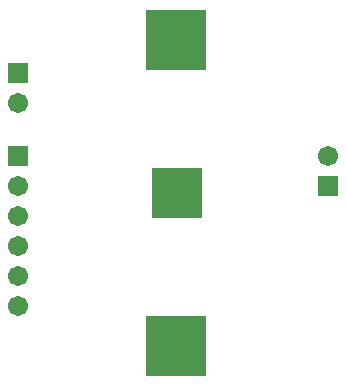
<source format=gbs>
%FSLAX25Y25*%
%MOIN*%
G70*
G01*
G75*
G04 Layer_Color=16711935*
%ADD10R,0.19685X0.19685*%
%ADD11R,0.15748X0.15748*%
%ADD12C,0.00787*%
%ADD13R,0.05906X0.05906*%
%ADD14C,0.05906*%
%ADD15C,0.01181*%
%ADD16R,0.20485X0.20485*%
%ADD17R,0.16548X0.16548*%
%ADD18R,0.06706X0.06706*%
%ADD19C,0.06706*%
D16*
X14173Y266339D02*
D03*
Y368307D02*
D03*
D17*
X14567Y317323D02*
D03*
D18*
X-38386Y357284D02*
D03*
X-38386Y329724D02*
D03*
X64961Y319724D02*
D03*
D19*
X-38386Y347284D02*
D03*
X-38386Y319724D02*
D03*
Y309724D02*
D03*
Y299724D02*
D03*
Y289724D02*
D03*
Y279724D02*
D03*
X64961Y329724D02*
D03*
M02*

</source>
